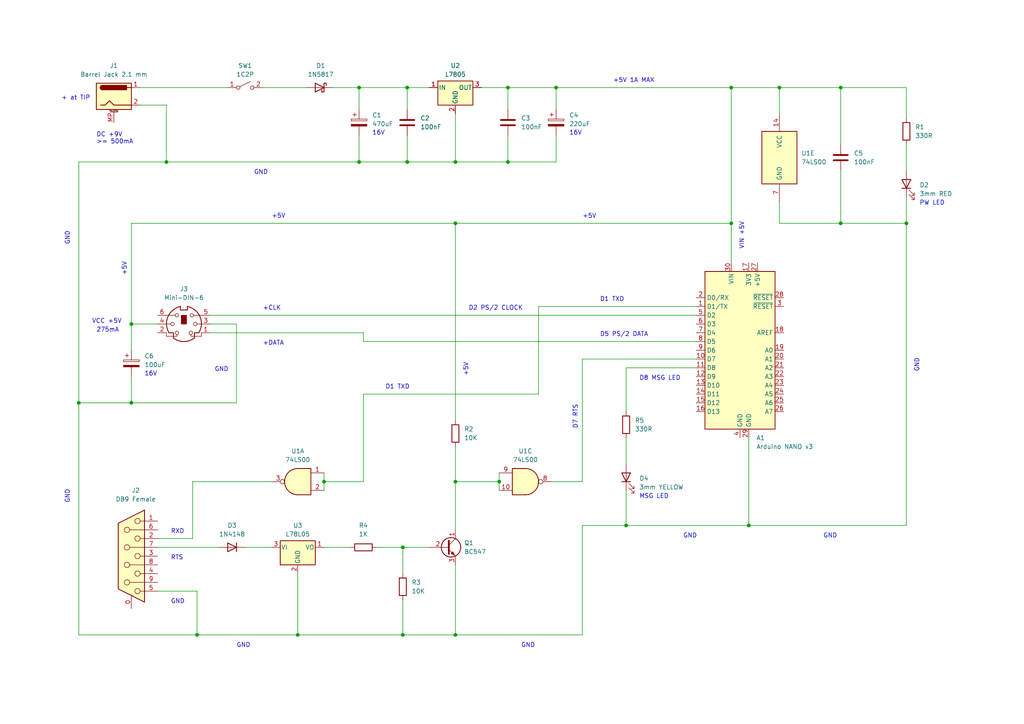
<source format=kicad_sch>
(kicad_sch (version 20230121) (generator eeschema)
  (paper "A4")
  (title_block (title "Mouse PS/2 to Serial Adapter") (date "2023-08-09") (rev "1.2") (company "Cesar Rincon") (comment 1 "NightFox & Co.") (comment 2 "nightfoxandco.com") (comment 3 "contact@nightfoxandco.com"))
  (lib_symbols
    (symbol "74xx:74LS00" (pin_names (offset 1.016))
      (property "Reference" "U" (at 0 1.27 0))
      (property "Value" "74LS00" (at 0 -1.27 0))
      (symbol "74LS00_1_1"
        (arc (start 0 -3.81) (mid 3.7934 0) (end 0 3.81) (stroke (width 0.254)) (fill (type background)))
        (polyline (pts (xy 0 3.81) (xy -3.81 3.81) (xy -3.81 -3.81) (xy 0 -3.81)) (stroke (width 0.254)) (fill (type background)))
        (pin input line (at -7.62 2.54 0) (length 3.81) (name "~") (number "1"))
        (pin input line (at -7.62 -2.54 0) (length 3.81) (name "~") (number "2"))
        (pin output inverted (at 7.62 0 180) (length 3.81) (name "~") (number "3"))
      )
      (symbol "74LS00_1_2"
        (arc (start -3.81 -3.81) (mid -2.589 0) (end -3.81 3.81) (stroke (width 0.254)))
        (arc (start -0.6096 -3.81) (mid 2.1842 -2.5851) (end 3.81 0) (stroke (width 0.254)) (fill (type background)))
        (polyline (pts (xy -3.81 -3.81) (xy -0.635 -3.81)) (stroke (width 0.254)) (fill (type background)))
        (polyline (pts (xy -3.81 3.81) (xy -0.635 3.81)) (stroke (width 0.254)) (fill (type background)))
        (polyline (pts (xy -0.635 3.81) (xy -3.81 3.81) (xy -3.81 3.81) (xy -3.556 3.4036) (xy -3.0226 2.2606) (xy -2.6924 1.0414) (xy -2.6162 -0.254) (xy -2.7686 -1.4986) (xy -3.175 -2.7178) (xy -3.81 -3.81) (xy -3.81 -3.81) (xy -0.635 -3.81)) (stroke (width -25.4)) (fill (type background)))
        (arc (start 3.81 0) (mid 2.1915 2.5936) (end -0.6096 3.81) (stroke (width 0.254)) (fill (type background)))
        (pin input inverted (at -7.62 2.54 0) (length 4.318) (name "~") (number "1"))
        (pin input inverted (at -7.62 -2.54 0) (length 4.318) (name "~") (number "2"))
        (pin output line (at 7.62 0 180) (length 3.81) (name "~") (number "3"))
      )
      (symbol "74LS00_2_1"
        (arc (start 0 -3.81) (mid 3.7934 0) (end 0 3.81) (stroke (width 0.254)) (fill (type background)))
        (polyline (pts (xy 0 3.81) (xy -3.81 3.81) (xy -3.81 -3.81) (xy 0 -3.81)) (stroke (width 0.254)) (fill (type background)))
        (pin input line (at -7.62 2.54 0) (length 3.81) (name "~") (number "4"))
        (pin input line (at -7.62 -2.54 0) (length 3.81) (name "~") (number "5"))
        (pin output inverted (at 7.62 0 180) (length 3.81) (name "~") (number "6"))
      )
      (symbol "74LS00_2_2"
        (arc (start -3.81 -3.81) (mid -2.589 0) (end -3.81 3.81) (stroke (width 0.254)))
        (arc (start -0.6096 -3.81) (mid 2.1842 -2.5851) (end 3.81 0) (stroke (width 0.254)) (fill (type background)))
        (polyline (pts (xy -3.81 -3.81) (xy -0.635 -3.81)) (stroke (width 0.254)) (fill (type background)))
        (polyline (pts (xy -3.81 3.81) (xy -0.635 3.81)) (stroke (width 0.254)) (fill (type background)))
        (polyline (pts (xy -0.635 3.81) (xy -3.81 3.81) (xy -3.81 3.81) (xy -3.556 3.4036) (xy -3.0226 2.2606) (xy -2.6924 1.0414) (xy -2.6162 -0.254) (xy -2.7686 -1.4986) (xy -3.175 -2.7178) (xy -3.81 -3.81) (xy -3.81 -3.81) (xy -0.635 -3.81)) (stroke (width -25.4)) (fill (type background)))
        (arc (start 3.81 0) (mid 2.1915 2.5936) (end -0.6096 3.81) (stroke (width 0.254)) (fill (type background)))
        (pin input inverted (at -7.62 2.54 0) (length 4.318) (name "~") (number "4"))
        (pin input inverted (at -7.62 -2.54 0) (length 4.318) (name "~") (number "5"))
        (pin output line (at 7.62 0 180) (length 3.81) (name "~") (number "6"))
      )
      (symbol "74LS00_3_1"
        (arc (start 0 -3.81) (mid 3.7934 0) (end 0 3.81) (stroke (width 0.254)) (fill (type background)))
        (polyline (pts (xy 0 3.81) (xy -3.81 3.81) (xy -3.81 -3.81) (xy 0 -3.81)) (stroke (width 0.254)) (fill (type background)))
        (pin input line (at -7.62 -2.54 0) (length 3.81) (name "~") (number "10"))
        (pin output inverted (at 7.62 0 180) (length 3.81) (name "~") (number "8"))
        (pin input line (at -7.62 2.54 0) (length 3.81) (name "~") (number "9"))
      )
      (symbol "74LS00_3_2"
        (arc (start -3.81 -3.81) (mid -2.589 0) (end -3.81 3.81) (stroke (width 0.254)))
        (arc (start -0.6096 -3.81) (mid 2.1842 -2.5851) (end 3.81 0) (stroke (width 0.254)) (fill (type background)))
        (polyline (pts (xy -3.81 -3.81) (xy -0.635 -3.81)) (stroke (width 0.254)) (fill (type background)))
        (polyline (pts (xy -3.81 3.81) (xy -0.635 3.81)) (stroke (width 0.254)) (fill (type background)))
        (polyline (pts (xy -0.635 3.81) (xy -3.81 3.81) (xy -3.81 3.81) (xy -3.556 3.4036) (xy -3.0226 2.2606) (xy -2.6924 1.0414) (xy -2.6162 -0.254) (xy -2.7686 -1.4986) (xy -3.175 -2.7178) (xy -3.81 -3.81) (xy -3.81 -3.81) (xy -0.635 -3.81)) (stroke (width -25.4)) (fill (type background)))
        (arc (start 3.81 0) (mid 2.1915 2.5936) (end -0.6096 3.81) (stroke (width 0.254)) (fill (type background)))
        (pin input inverted (at -7.62 -2.54 0) (length 4.318) (name "~") (number "10"))
        (pin output line (at 7.62 0 180) (length 3.81) (name "~") (number "8"))
        (pin input inverted (at -7.62 2.54 0) (length 4.318) (name "~") (number "9"))
      )
      (symbol "74LS00_4_1"
        (arc (start 0 -3.81) (mid 3.7934 0) (end 0 3.81) (stroke (width 0.254)) (fill (type background)))
        (polyline (pts (xy 0 3.81) (xy -3.81 3.81) (xy -3.81 -3.81) (xy 0 -3.81)) (stroke (width 0.254)) (fill (type background)))
        (pin output inverted (at 7.62 0 180) (length 3.81) (name "~") (number "11"))
        (pin input line (at -7.62 2.54 0) (length 3.81) (name "~") (number "12"))
        (pin input line (at -7.62 -2.54 0) (length 3.81) (name "~") (number "13"))
      )
      (symbol "74LS00_4_2"
        (arc (start -3.81 -3.81) (mid -2.589 0) (end -3.81 3.81) (stroke (width 0.254)))
        (arc (start -0.6096 -3.81) (mid 2.1842 -2.5851) (end 3.81 0) (stroke (width 0.254)) (fill (type background)))
        (polyline (pts (xy -3.81 -3.81) (xy -0.635 -3.81)) (stroke (width 0.254)) (fill (type background)))
        (polyline (pts (xy -3.81 3.81) (xy -0.635 3.81)) (stroke (width 0.254)) (fill (type background)))
        (polyline (pts (xy -0.635 3.81) (xy -3.81 3.81) (xy -3.81 3.81) (xy -3.556 3.4036) (xy -3.0226 2.2606) (xy -2.6924 1.0414) (xy -2.6162 -0.254) (xy -2.7686 -1.4986) (xy -3.175 -2.7178) (xy -3.81 -3.81) (xy -3.81 -3.81) (xy -0.635 -3.81)) (stroke (width -25.4)) (fill (type background)))
        (arc (start 3.81 0) (mid 2.1915 2.5936) (end -0.6096 3.81) (stroke (width 0.254)) (fill (type background)))
        (pin output line (at 7.62 0 180) (length 3.81) (name "~") (number "11"))
        (pin input inverted (at -7.62 2.54 0) (length 4.318) (name "~") (number "12"))
        (pin input inverted (at -7.62 -2.54 0) (length 4.318) (name "~") (number "13"))
      )
      (symbol "74LS00_5_0"
        (pin power_in line (at 0 12.7 270) (length 5.08) (name "VCC") (number "14"))
        (pin power_in line (at 0 -12.7 90) (length 5.08) (name "GND") (number "7"))
      )
      (symbol "74LS00_5_1"
        (rectangle (start -5.08 7.62) (end 5.08 -7.62) (stroke (width 0.254)) (fill (type background)))
      )
    )
    (symbol "Connector:Barrel_Jack_MountingPin" (pin_names hide)
      (property "Reference" "J" (at 0 5.334 0))
      (property "Value" "Barrel_Jack_MountingPin" (at 1.27 -6.35 0))
      (symbol "Barrel_Jack_MountingPin_0_1"
        (rectangle (start -5.08 3.81) (end 5.08 -3.81) (stroke (width 0.254)) (fill (type background)))
        (arc (start -3.302 3.175) (mid -3.9343 2.54) (end -3.302 1.905) (stroke (width 0.254)))
        (arc (start -3.302 3.175) (mid -3.9343 2.54) (end -3.302 1.905) (stroke (width 0.254)) (fill (type outline)))
        (polyline (pts (xy 5.08 2.54) (xy 3.81 2.54)) (stroke (width 0.254)))
        (polyline (pts (xy -3.81 -2.54) (xy -2.54 -2.54) (xy -1.27 -1.27) (xy 0 -2.54) (xy 2.54 -2.54) (xy 5.08 -2.54)) (stroke (width 0.254)))
        (rectangle (start 3.683 3.175) (end -3.302 1.905) (stroke (width 0.254)) (fill (type outline)))
      )
      (symbol "Barrel_Jack_MountingPin_1_1"
        (polyline (pts (xy -1.016 -4.572) (xy 1.016 -4.572)) (stroke (width 0.1524)))
        (text "Mounting" (at 0 -4.191 0) (effects (font (size 0.381 0.381))))
        (pin passive line (at 7.62 2.54 180) (length 2.54) (name "~") (number "1"))
        (pin passive line (at 7.62 -2.54 180) (length 2.54) (name "~") (number "2"))
        (pin passive line (at 0 -7.62 90) (length 3.048) (name "MountPin") (number "MP"))
      )
    )
    (symbol "Connector:DE9_Receptacle_MountingHoles" (pin_names (offset 1.016) hide)
      (property "Reference" "J" (at 0 16.51 0))
      (property "Value" "DE9_Receptacle_MountingHoles" (at 0 14.605 0))
      (symbol "DE9_Receptacle_MountingHoles_0_1"
        (circle (center -1.778 -10.16) (radius 0.762))
        (circle (center -1.778 -5.08) (radius 0.762))
        (circle (center -1.778 0) (radius 0.762))
        (circle (center -1.778 5.08) (radius 0.762))
        (circle (center -1.778 10.16) (radius 0.762))
        (polyline (pts (xy -3.81 -10.16) (xy -2.54 -10.16)))
        (polyline (pts (xy -3.81 -7.62) (xy 0.508 -7.62)))
        (polyline (pts (xy -3.81 -5.08) (xy -2.54 -5.08)))
        (polyline (pts (xy -3.81 -2.54) (xy 0.508 -2.54)))
        (polyline (pts (xy -3.81 0) (xy -2.54 0)))
        (polyline (pts (xy -3.81 2.54) (xy 0.508 2.54)))
        (polyline (pts (xy -3.81 5.08) (xy -2.54 5.08)))
        (polyline (pts (xy -3.81 7.62) (xy 0.508 7.62)))
        (polyline (pts (xy -3.81 10.16) (xy -2.54 10.16)))
        (polyline (pts (xy -3.81 13.335) (xy -3.81 -13.335) (xy 3.81 -9.525) (xy 3.81 9.525) (xy -3.81 13.335)) (stroke (width 0.254)) (fill (type background)))
        (circle (center 1.27 -7.62) (radius 0.762))
        (circle (center 1.27 -2.54) (radius 0.762))
        (circle (center 1.27 2.54) (radius 0.762))
        (circle (center 1.27 7.62) (radius 0.762))
      )
      (symbol "DE9_Receptacle_MountingHoles_1_1"
        (pin passive line (at 0 -15.24 90) (length 3.81) (name "PAD") (number "0"))
        (pin passive line (at -7.62 10.16 0) (length 3.81) (name "1") (number "1"))
        (pin passive line (at -7.62 5.08 0) (length 3.81) (name "2") (number "2"))
        (pin passive line (at -7.62 0 0) (length 3.81) (name "3") (number "3"))
        (pin passive line (at -7.62 -5.08 0) (length 3.81) (name "4") (number "4"))
        (pin passive line (at -7.62 -10.16 0) (length 3.81) (name "5") (number "5"))
        (pin passive line (at -7.62 7.62 0) (length 3.81) (name "6") (number "6"))
        (pin passive line (at -7.62 2.54 0) (length 3.81) (name "7") (number "7"))
        (pin passive line (at -7.62 -2.54 0) (length 3.81) (name "8") (number "8"))
        (pin passive line (at -7.62 -7.62 0) (length 3.81) (name "9") (number "9"))
      )
    )
    (symbol "Connector:Mini-DIN-6" (pin_names (offset 1.016))
      (property "Reference" "J" (at 0 6.35 0))
      (property "Value" "Mini-DIN-6" (at 0 -6.35 0))
      (symbol "Mini-DIN-6_0_1"
        (circle (center -3.302 0) (radius 0.508))
        (arc (start -3.048 -4.064) (mid 0 -5.08) (end 3.048 -4.064) (stroke (width 0.254)))
        (circle (center -2.032 -2.54) (radius 0.508))
        (circle (center -2.032 2.54) (radius 0.508))
        (arc (start -1.016 5.08) (mid -4.6228 2.1214) (end -4.318 -2.54) (stroke (width 0.254)))
        (rectangle (start -0.762 2.54) (end 0.762 0) (fill (type outline)))
        (polyline (pts (xy -3.81 0) (xy -5.08 0)))
        (polyline (pts (xy -2.54 2.54) (xy -5.08 2.54)))
        (polyline (pts (xy 2.794 2.54) (xy 5.08 2.54)))
        (polyline (pts (xy 5.08 0) (xy 3.81 0)))
        (polyline (pts (xy -4.318 -2.54) (xy -3.048 -2.54) (xy -3.048 -4.064)) (stroke (width 0.254)))
        (polyline (pts (xy 4.318 -2.54) (xy 3.048 -2.54) (xy 3.048 -4.064)) (stroke (width 0.254)))
        (polyline (pts (xy -2.032 -3.048) (xy -2.032 -3.556) (xy -5.08 -3.556) (xy -5.08 -2.54)))
        (polyline (pts (xy -1.016 5.08) (xy -1.016 4.064) (xy 1.016 4.064) (xy 1.016 5.08)) (stroke (width 0.254)))
        (polyline (pts (xy 2.032 -3.048) (xy 2.032 -3.556) (xy 5.08 -3.556) (xy 5.08 -2.54)))
        (circle (center 2.032 -2.54) (radius 0.508))
        (circle (center 2.286 2.54) (radius 0.508))
        (circle (center 3.302 0) (radius 0.508))
        (arc (start 4.318 -2.54) (mid 4.6661 2.1322) (end 1.016 5.08) (stroke (width 0.254)))
      )
      (symbol "Mini-DIN-6_1_1"
        (pin passive line (at 7.62 -2.54 180) (length 2.54) (name "~") (number "1"))
        (pin passive line (at -7.62 -2.54 0) (length 2.54) (name "~") (number "2"))
        (pin passive line (at 7.62 0 180) (length 2.54) (name "~") (number "3"))
        (pin passive line (at -7.62 0 0) (length 2.54) (name "~") (number "4"))
        (pin passive line (at 7.62 2.54 180) (length 2.54) (name "~") (number "5"))
        (pin passive line (at -7.62 2.54 0) (length 2.54) (name "~") (number "6"))
      )
    )
    (symbol "Device:C" (pin_numbers hide) (pin_names (offset 0.254))
      (property "Reference" "C" (at 0.635 2.54 0))
      (property "Value" "C" (at 0.635 -2.54 0))
      (symbol "C_0_1"
        (polyline (pts (xy -2.032 -0.762) (xy 2.032 -0.762)) (stroke (width 0.508)))
        (polyline (pts (xy -2.032 0.762) (xy 2.032 0.762)) (stroke (width 0.508)))
      )
      (symbol "C_1_1"
        (pin passive line (at 0 3.81 270) (length 2.794) (name "~") (number "1"))
        (pin passive line (at 0 -3.81 90) (length 2.794) (name "~") (number "2"))
      )
    )
    (symbol "Device:C_Polarized" (pin_numbers hide) (pin_names (offset 0.254))
      (property "Reference" "C" (at 0.635 2.54 0))
      (property "Value" "C_Polarized" (at 0.635 -2.54 0))
      (symbol "C_Polarized_0_1"
        (rectangle (start -2.286 0.508) (end 2.286 1.016))
        (polyline (pts (xy -1.778 2.286) (xy -0.762 2.286)))
        (polyline (pts (xy -1.27 2.794) (xy -1.27 1.778)))
        (rectangle (start 2.286 -0.508) (end -2.286 -1.016) (fill (type outline)))
      )
      (symbol "C_Polarized_1_1"
        (pin passive line (at 0 3.81 270) (length 2.794) (name "~") (number "1"))
        (pin passive line (at 0 -3.81 90) (length 2.794) (name "~") (number "2"))
      )
    )
    (symbol "Device:LED" (pin_numbers hide) (pin_names (offset 1.016) hide)
      (property "Reference" "D" (at 0 2.54 0))
      (property "Value" "LED" (at 0 -2.54 0))
      (symbol "LED_0_1"
        (polyline (pts (xy -1.27 -1.27) (xy -1.27 1.27)) (stroke (width 0.254)))
        (polyline (pts (xy -1.27 0) (xy 1.27 0)))
        (polyline (pts (xy 1.27 -1.27) (xy 1.27 1.27) (xy -1.27 0) (xy 1.27 -1.27)) (stroke (width 0.254)))
        (polyline (pts (xy -3.048 -0.762) (xy -4.572 -2.286) (xy -3.81 -2.286) (xy -4.572 -2.286) (xy -4.572 -1.524)))
        (polyline (pts (xy -1.778 -0.762) (xy -3.302 -2.286) (xy -2.54 -2.286) (xy -3.302 -2.286) (xy -3.302 -1.524)))
      )
      (symbol "LED_1_1"
        (pin passive line (at -3.81 0 0) (length 2.54) (name "K") (number "1"))
        (pin passive line (at 3.81 0 180) (length 2.54) (name "A") (number "2"))
      )
    )
    (symbol "Device:R" (pin_numbers hide) (pin_names (offset 0))
      (property "Reference" "R" (at 2.032 0 90))
      (property "Value" "R" (at 0 0 90))
      (symbol "R_0_1"
        (rectangle (start -1.016 -2.54) (end 1.016 2.54) (stroke (width 0.254)))
      )
      (symbol "R_1_1"
        (pin passive line (at 0 3.81 270) (length 1.27) (name "~") (number "1"))
        (pin passive line (at 0 -3.81 90) (length 1.27) (name "~") (number "2"))
      )
    )
    (symbol "Diode:1N4148" (pin_numbers hide) (pin_names hide)
      (property "Reference" "D" (at 0 2.54 0))
      (property "Value" "1N4148" (at 0 -2.54 0))
      (symbol "1N4148_0_1"
        (polyline (pts (xy -1.27 1.27) (xy -1.27 -1.27)) (stroke (width 0.254)))
        (polyline (pts (xy 1.27 0) (xy -1.27 0)))
        (polyline (pts (xy 1.27 1.27) (xy 1.27 -1.27) (xy -1.27 0) (xy 1.27 1.27)) (stroke (width 0.254)))
      )
      (symbol "1N4148_1_1"
        (pin passive line (at -3.81 0 0) (length 2.54) (name "K") (number "1"))
        (pin passive line (at 3.81 0 180) (length 2.54) (name "A") (number "2"))
      )
    )
    (symbol "Diode:1N5817" (pin_numbers hide) (pin_names (offset 1.016) hide)
      (property "Reference" "D" (at 0 2.54 0))
      (property "Value" "1N5817" (at 0 -2.54 0))
      (symbol "1N5817_0_1"
        (polyline (pts (xy 1.27 0) (xy -1.27 0)))
        (polyline (pts (xy 1.27 1.27) (xy 1.27 -1.27) (xy -1.27 0) (xy 1.27 1.27)) (stroke (width 0.254)))
        (polyline (pts (xy -1.905 0.635) (xy -1.905 1.27) (xy -1.27 1.27) (xy -1.27 -1.27) (xy -0.635 -1.27) (xy -0.635 -0.635)) (stroke (width 0.254)))
      )
      (symbol "1N5817_1_1"
        (pin passive line (at -3.81 0 0) (length 2.54) (name "K") (number "1"))
        (pin passive line (at 3.81 0 180) (length 2.54) (name "A") (number "2"))
      )
    )
    (symbol "MCU_Module:Arduino_Nano_v3.x"
      (property "Reference" "A" (at -10.16 23.495 0))
      (property "Value" "Arduino_Nano_v3.x" (at 5.08 -24.13 0))
      (symbol "Arduino_Nano_v3.x_0_1"
        (rectangle (start -10.16 22.86) (end 10.16 -22.86) (stroke (width 0.254)) (fill (type background)))
      )
      (symbol "Arduino_Nano_v3.x_1_1"
        (pin bidirectional line (at -12.7 12.7 0) (length 2.54) (name "D1/TX") (number "1"))
        (pin bidirectional line (at -12.7 -2.54 0) (length 2.54) (name "D7") (number "10"))
        (pin bidirectional line (at -12.7 -5.08 0) (length 2.54) (name "D8") (number "11"))
        (pin bidirectional line (at -12.7 -7.62 0) (length 2.54) (name "D9") (number "12"))
        (pin bidirectional line (at -12.7 -10.16 0) (length 2.54) (name "D10") (number "13"))
        (pin bidirectional line (at -12.7 -12.7 0) (length 2.54) (name "D11") (number "14"))
        (pin bidirectional line (at -12.7 -15.24 0) (length 2.54) (name "D12") (number "15"))
        (pin bidirectional line (at -12.7 -17.78 0) (length 2.54) (name "D13") (number "16"))
        (pin power_out line (at 2.54 25.4 270) (length 2.54) (name "3V3") (number "17"))
        (pin input line (at 12.7 5.08 180) (length 2.54) (name "AREF") (number "18"))
        (pin bidirectional line (at 12.7 0 180) (length 2.54) (name "A0") (number "19"))
        (pin bidirectional line (at -12.7 15.24 0) (length 2.54) (name "D0/RX") (number "2"))
        (pin bidirectional line (at 12.7 -2.54 180) (length 2.54) (name "A1") (number "20"))
        (pin bidirectional line (at 12.7 -5.08 180) (length 2.54) (name "A2") (number "21"))
        (pin bidirectional line (at 12.7 -7.62 180) (length 2.54) (name "A3") (number "22"))
        (pin bidirectional line (at 12.7 -10.16 180) (length 2.54) (name "A4") (number "23"))
        (pin bidirectional line (at 12.7 -12.7 180) (length 2.54) (name "A5") (number "24"))
        (pin bidirectional line (at 12.7 -15.24 180) (length 2.54) (name "A6") (number "25"))
        (pin bidirectional line (at 12.7 -17.78 180) (length 2.54) (name "A7") (number "26"))
        (pin power_out line (at 5.08 25.4 270) (length 2.54) (name "+5V") (number "27"))
        (pin input line (at 12.7 15.24 180) (length 2.54) (name "~{RESET}") (number "28"))
        (pin power_in line (at 2.54 -25.4 90) (length 2.54) (name "GND") (number "29"))
        (pin input line (at 12.7 12.7 180) (length 2.54) (name "~{RESET}") (number "3"))
        (pin power_in line (at -2.54 25.4 270) (length 2.54) (name "VIN") (number "30"))
        (pin power_in line (at 0 -25.4 90) (length 2.54) (name "GND") (number "4"))
        (pin bidirectional line (at -12.7 10.16 0) (length 2.54) (name "D2") (number "5"))
        (pin bidirectional line (at -12.7 7.62 0) (length 2.54) (name "D3") (number "6"))
        (pin bidirectional line (at -12.7 5.08 0) (length 2.54) (name "D4") (number "7"))
        (pin bidirectional line (at -12.7 2.54 0) (length 2.54) (name "D5") (number "8"))
        (pin bidirectional line (at -12.7 0 0) (length 2.54) (name "D6") (number "9"))
      )
    )
    (symbol "Regulator_Linear:L7805" (pin_names (offset 0.254))
      (property "Reference" "U" (at -3.81 3.175 0))
      (property "Value" "L7805" (at 0 3.175 0))
      (symbol "L7805_0_1"
        (rectangle (start -5.08 1.905) (end 5.08 -5.08) (stroke (width 0.254)) (fill (type background)))
      )
      (symbol "L7805_1_1"
        (pin power_in line (at -7.62 0 0) (length 2.54) (name "IN") (number "1"))
        (pin power_in line (at 0 -7.62 90) (length 2.54) (name "GND") (number "2"))
        (pin power_out line (at 7.62 0 180) (length 2.54) (name "OUT") (number "3"))
      )
    )
    (symbol "Regulator_Linear:L78L05_TO92" (pin_names (offset 0.254))
      (property "Reference" "U" (at -3.81 3.175 0))
      (property "Value" "L78L05_TO92" (at 0 3.175 0))
      (symbol "L78L05_TO92_0_1"
        (rectangle (start -5.08 -5.08) (end 5.08 1.905) (stroke (width 0.254)) (fill (type background)))
      )
      (symbol "L78L05_TO92_1_1"
        (pin power_out line (at 7.62 0 180) (length 2.54) (name "VO") (number "1"))
        (pin power_in line (at 0 -7.62 90) (length 2.54) (name "GND") (number "2"))
        (pin power_in line (at -7.62 0 0) (length 2.54) (name "VI") (number "3"))
      )
    )
    (symbol "Switch:SW_SPST" (pin_names (offset 0) hide)
      (property "Reference" "SW" (at 0 3.175 0))
      (property "Value" "SW_SPST" (at 0 -2.54 0))
      (symbol "SW_SPST_0_0"
        (circle (center -2.032 0) (radius 0.508))
        (polyline (pts (xy -1.524 0.254) (xy 1.524 1.778)))
        (circle (center 2.032 0) (radius 0.508))
      )
      (symbol "SW_SPST_1_1"
        (pin passive line (at -5.08 0 0) (length 2.54) (name "A") (number "1"))
        (pin passive line (at 5.08 0 180) (length 2.54) (name "B") (number "2"))
      )
    )
    (symbol "Transistor_BJT:BC547" (pin_names (offset 0) hide)
      (property "Reference" "Q" (at 5.08 1.905 0))
      (property "Value" "BC547" (at 5.08 0 0))
      (symbol "BC547_0_1"
        (polyline (pts (xy 0 0) (xy 0.635 0)))
        (polyline (pts (xy 0.635 0.635) (xy 2.54 2.54)))
        (polyline (pts (xy 0.635 -0.635) (xy 2.54 -2.54) (xy 2.54 -2.54)))
        (polyline (pts (xy 0.635 1.905) (xy 0.635 -1.905) (xy 0.635 -1.905)) (stroke (width 0.508)))
        (polyline (pts (xy 1.27 -1.778) (xy 1.778 -1.27) (xy 2.286 -2.286) (xy 1.27 -1.778) (xy 1.27 -1.778)) (fill (type outline)))
        (circle (center 1.27 0) (radius 2.8194) (stroke (width 0.254)))
      )
      (symbol "BC547_1_1"
        (pin passive line (at 2.54 5.08 270) (length 2.54) (name "C") (number "1"))
        (pin input line (at -5.08 0 0) (length 5.08) (name "B") (number "2"))
        (pin passive line (at 2.54 -5.08 90) (length 2.54) (name "E") (number "3"))
      )
    )
  )
  (junction (at 262.89 64.77))
  (junction (at 118.11 46.99))
  (junction (at 144.78 139.7))
  (junction (at 104.14 46.99))
  (junction (at 38.1 93.98))
  (junction (at 212.09 64.77))
  (junction (at 104.14 25.4))
  (junction (at 93.98 139.7))
  (junction (at 212.09 25.4))
  (junction (at 132.08 184.15))
  (junction (at 116.84 158.75))
  (junction (at 217.17 152.4))
  (junction (at 118.11 25.4))
  (junction (at 48.26 46.99))
  (junction (at 161.29 25.4))
  (junction (at 38.1 116.84))
  (junction (at 132.08 46.99))
  (junction (at 132.08 64.77))
  (junction (at 147.32 46.99))
  (junction (at 57.15 184.15))
  (junction (at 243.84 25.4))
  (junction (at 243.84 64.77))
  (junction (at 132.08 139.7))
  (junction (at 116.84 184.15))
  (junction (at 226.06 25.4))
  (junction (at 86.36 184.15))
  (junction (at 147.32 25.4))
  (junction (at 181.61 152.4))
  (junction (at 22.86 116.84))
  (wire (pts (xy 243.84 64.77) (xy 262.89 64.77)))
  (wire (pts (xy 139.7 25.4) (xy 147.32 25.4)))
  (wire (pts (xy 68.58 93.98) (xy 68.58 116.84)))
  (wire (pts (xy 160.02 139.7) (xy 168.91 139.7)))
  (wire (pts (xy 22.86 116.84) (xy 22.86 184.15)))
  (wire (pts (xy 132.08 64.77) (xy 212.09 64.77)))
  (wire (pts (xy 40.64 25.4) (xy 66.04 25.4)))
  (wire (pts (xy 109.22 158.75) (xy 116.84 158.75)))
  (wire (pts (xy 144.78 137.16) (xy 144.78 139.7)))
  (wire (pts (xy 132.08 139.7) (xy 144.78 139.7)))
  (wire (pts (xy 55.88 139.7) (xy 78.74 139.7)))
  (wire (pts (xy 118.11 46.99) (xy 132.08 46.99)))
  (wire (pts (xy 262.89 25.4) (xy 262.89 34.29)))
  (wire (pts (xy 226.06 64.77) (xy 243.84 64.77)))
  (wire (pts (xy 147.32 25.4) (xy 147.32 31.75)))
  (wire (pts (xy 212.09 25.4) (xy 226.06 25.4)))
  (wire (pts (xy 132.08 64.77) (xy 132.08 121.92)))
  (wire (pts (xy 118.11 25.4) (xy 124.46 25.4)))
  (wire (pts (xy 76.2 25.4) (xy 88.9 25.4)))
  (wire (pts (xy 93.98 137.16) (xy 93.98 139.7)))
  (wire (pts (xy 104.14 46.99) (xy 118.11 46.99)))
  (wire (pts (xy 168.91 104.14) (xy 201.93 104.14)))
  (wire (pts (xy 161.29 25.4) (xy 161.29 31.75)))
  (wire (pts (xy 243.84 25.4) (xy 262.89 25.4)))
  (wire (pts (xy 181.61 127) (xy 181.61 134.62)))
  (wire (pts (xy 118.11 25.4) (xy 118.11 31.75)))
  (wire (pts (xy 45.72 158.75) (xy 63.5 158.75)))
  (wire (pts (xy 45.72 156.21) (xy 55.88 156.21)))
  (wire (pts (xy 38.1 109.22) (xy 38.1 116.84)))
  (wire (pts (xy 132.08 46.99) (xy 132.08 33.02)))
  (wire (pts (xy 71.12 158.75) (xy 78.74 158.75)))
  (wire (pts (xy 45.72 171.45) (xy 57.15 171.45)))
  (wire (pts (xy 116.84 184.15) (xy 132.08 184.15)))
  (wire (pts (xy 118.11 46.99) (xy 118.11 39.37)))
  (wire (pts (xy 156.21 114.3) (xy 156.21 88.9)))
  (wire (pts (xy 105.41 114.3) (xy 105.41 139.7)))
  (wire (pts (xy 201.93 106.68) (xy 181.61 106.68)))
  (wire (pts (xy 132.08 139.7) (xy 132.08 129.54)))
  (wire (pts (xy 217.17 152.4) (xy 262.89 152.4)))
  (wire (pts (xy 168.91 139.7) (xy 168.91 104.14)))
  (wire (pts (xy 60.96 93.98) (xy 68.58 93.98)))
  (wire (pts (xy 262.89 64.77) (xy 262.89 57.15)))
  (wire (pts (xy 38.1 64.77) (xy 132.08 64.77)))
  (wire (pts (xy 104.14 25.4) (xy 118.11 25.4)))
  (wire (pts (xy 132.08 184.15) (xy 168.91 184.15)))
  (wire (pts (xy 105.41 99.06) (xy 201.93 99.06)))
  (wire (pts (xy 57.15 184.15) (xy 86.36 184.15)))
  (wire (pts (xy 38.1 93.98) (xy 38.1 101.6)))
  (wire (pts (xy 93.98 139.7) (xy 93.98 142.24)))
  (wire (pts (xy 243.84 25.4) (xy 243.84 41.91)))
  (wire (pts (xy 48.26 46.99) (xy 22.86 46.99)))
  (wire (pts (xy 147.32 46.99) (xy 147.32 39.37)))
  (wire (pts (xy 226.06 58.42) (xy 226.06 64.77)))
  (wire (pts (xy 57.15 171.45) (xy 57.15 184.15)))
  (wire (pts (xy 262.89 152.4) (xy 262.89 64.77)))
  (wire (pts (xy 38.1 64.77) (xy 38.1 93.98)))
  (wire (pts (xy 60.96 91.44) (xy 201.93 91.44)))
  (wire (pts (xy 86.36 166.37) (xy 86.36 184.15)))
  (wire (pts (xy 156.21 88.9) (xy 201.93 88.9)))
  (wire (pts (xy 22.86 116.84) (xy 38.1 116.84)))
  (wire (pts (xy 38.1 116.84) (xy 68.58 116.84)))
  (wire (pts (xy 38.1 93.98) (xy 45.72 93.98)))
  (wire (pts (xy 217.17 127) (xy 217.17 152.4)))
  (wire (pts (xy 161.29 25.4) (xy 212.09 25.4)))
  (wire (pts (xy 93.98 158.75) (xy 101.6 158.75)))
  (wire (pts (xy 22.86 184.15) (xy 57.15 184.15)))
  (wire (pts (xy 181.61 152.4) (xy 217.17 152.4)))
  (wire (pts (xy 262.89 41.91) (xy 262.89 49.53)))
  (wire (pts (xy 48.26 46.99) (xy 104.14 46.99)))
  (wire (pts (xy 212.09 64.77) (xy 212.09 76.2)))
  (wire (pts (xy 147.32 25.4) (xy 161.29 25.4)))
  (wire (pts (xy 168.91 152.4) (xy 181.61 152.4)))
  (wire (pts (xy 168.91 152.4) (xy 168.91 184.15)))
  (wire (pts (xy 161.29 46.99) (xy 161.29 39.37)))
  (wire (pts (xy 116.84 158.75) (xy 116.84 166.37)))
  (wire (pts (xy 55.88 156.21) (xy 55.88 139.7)))
  (wire (pts (xy 144.78 139.7) (xy 144.78 142.24)))
  (wire (pts (xy 181.61 152.4) (xy 181.61 142.24)))
  (wire (pts (xy 104.14 25.4) (xy 104.14 31.75)))
  (wire (pts (xy 226.06 25.4) (xy 226.06 33.02)))
  (wire (pts (xy 132.08 163.83) (xy 132.08 184.15)))
  (wire (pts (xy 105.41 96.52) (xy 105.41 99.06)))
  (wire (pts (xy 116.84 158.75) (xy 124.46 158.75)))
  (wire (pts (xy 116.84 173.99) (xy 116.84 184.15)))
  (wire (pts (xy 40.64 30.48) (xy 48.26 30.48)))
  (wire (pts (xy 132.08 46.99) (xy 147.32 46.99)))
  (wire (pts (xy 132.08 139.7) (xy 132.08 153.67)))
  (wire (pts (xy 96.52 25.4) (xy 104.14 25.4)))
  (wire (pts (xy 93.98 139.7) (xy 105.41 139.7)))
  (wire (pts (xy 86.36 184.15) (xy 116.84 184.15)))
  (wire (pts (xy 243.84 49.53) (xy 243.84 64.77)))
  (wire (pts (xy 181.61 106.68) (xy 181.61 119.38)))
  (wire (pts (xy 104.14 39.37) (xy 104.14 46.99)))
  (wire (pts (xy 147.32 46.99) (xy 161.29 46.99)))
  (wire (pts (xy 48.26 30.48) (xy 48.26 46.99)))
  (wire (pts (xy 212.09 25.4) (xy 212.09 64.77)))
  (wire (pts (xy 226.06 25.4) (xy 243.84 25.4)))
  (wire (pts (xy 60.96 96.52) (xy 105.41 96.52)))
  (wire (pts (xy 22.86 46.99) (xy 22.86 116.84)))
  (wire (pts (xy 105.41 114.3) (xy 156.21 114.3)))
  (text "+CLK" (at 76.2 90.17 0) (effects (font (size 1.27 1.27)) (justify left bottom)))
  (text "PW LED" (at 266.7 59.69 0) (effects (font (size 1.27 1.27)) (justify left bottom)))
  (text "GND" (at 62.23 107.95 0) (effects (font (size 1.27 1.27)) (justify left bottom)))
  (text "GND" (at 266.7 107.95 90) (effects (font (size 1.27 1.27)) (justify left bottom)))
  (text "16V" (at 165.1 39.37 0) (effects (font (size 1.27 1.27)) (justify left bottom)))
  (text "VCC +5V" (at 26.67 93.98 0) (effects (font (size 1.27 1.27)) (justify left bottom)))
  (text "16V" (at 41.91 109.22 0) (effects (font (size 1.27 1.27)) (justify left bottom)))
  (text "GND" (at 20.32 71.12 90) (effects (font (size 1.27 1.27)) (justify left bottom)))
  (text "MSG LED" (at 185.42 144.78 0) (effects (font (size 1.27 1.27)) (justify left bottom)))
  (text "+5V" (at 135.89 109.22 90) (effects (font (size 1.27 1.27)) (justify left bottom)))
  (text "D8 MSG LED" (at 185.42 110.49 0) (effects (font (size 1.27 1.27)) (justify left bottom)))
  (text "DC +9V\n>= 500mA" (at 27.94 41.91 0) (effects (font (size 1.27 1.27)) (justify left bottom)))
  (text "GND" (at 198.12 156.21 0) (effects (font (size 1.27 1.27)) (justify left bottom)))
  (text "RTS" (at 49.53 162.56 0) (effects (font (size 1.27 1.27)) (justify left bottom)))
  (text "D5 PS/2 DATA" (at 173.99 97.79 0) (effects (font (size 1.27 1.27)) (justify left bottom)))
  (text "D1 TXD" (at 173.99 87.63 0) (effects (font (size 1.27 1.27)) (justify left bottom)))
  (text "D1 TXD" (at 111.76 113.03 0) (effects (font (size 1.27 1.27)) (justify left bottom)))
  (text "D2 PS/2 CLOCK" (at 135.89 90.17 0) (effects (font (size 1.27 1.27)) (justify left bottom)))
  (text "GND" (at 68.58 187.96 0) (effects (font (size 1.27 1.27)) (justify left bottom)))
  (text "+5V" (at 36.83 80.01 90) (effects (font (size 1.27 1.27)) (justify left bottom)))
  (text "GND" (at 151.13 187.96 0) (effects (font (size 1.27 1.27)) (justify left bottom)))
  (text "GND" (at 49.53 175.26 0) (effects (font (size 1.27 1.27)) (justify left bottom)))
  (text "+ at TIP" (at 17.78 29.21 0) (effects (font (size 1.27 1.27)) (justify left bottom)))
  (text "16V" (at 107.95 39.37 0) (effects (font (size 1.27 1.27)) (justify left bottom)))
  (text "VIN +5V" (at 215.9 72.39 90) (effects (font (size 1.27 1.27)) (justify left bottom)))
  (text "RXD" (at 49.53 154.94 0) (effects (font (size 1.27 1.27)) (justify left bottom)))
  (text "D7 RTS" (at 167.64 124.46 90) (effects (font (size 1.27 1.27)) (justify left bottom)))
  (text "GND" (at 20.32 146.05 90) (effects (font (size 1.27 1.27)) (justify left bottom)))
  (text "+5V 1A MAX" (at 177.8 24.13 0) (effects (font (size 1.27 1.27)) (justify left bottom)))
  (text "+DATA" (at 76.2 100.33 0) (effects (font (size 1.27 1.27)) (justify left bottom)))
  (text "GND" (at 238.76 156.21 0) (effects (font (size 1.27 1.27)) (justify left bottom)))
  (text "+5V" (at 168.91 63.5 0) (effects (font (size 1.27 1.27)) (justify left bottom)))
  (text "275mA" (at 27.94 96.52 0) (effects (font (size 1.27 1.27)) (justify left bottom)))
  (text "+5V" (at 78.74 63.5 0) (effects (font (size 1.27 1.27)) (justify left bottom)))
  (text "GND" (at 73.66 50.8 0) (effects (font (size 1.27 1.27)) (justify left bottom)))
  (symbol (lib_id "Device:C") (at 243.84 45.72 0) (unit 1)
    (property "Reference" "C5" (at 247.65 44.45 0) (effects (justify left)))
    (property "Value" "100nF" (at 247.65 46.99 0) (effects (justify left)))
    (property "Footprint" "Capacitor_THT:C_Disc_D6.0mm_W2.5mm_P5.00mm" (effects hide))
  )
  (symbol (lib_id "Device:R") (at 262.89 38.1 0) (unit 1)
    (property "Reference" "R1" (at 265.43 36.83 0) (effects (justify left)))
    (property "Value" "330R" (at 265.43 39.37 0) (effects (justify left)))
    (property "Footprint" "Resistor_THT:R_Axial_DIN0207_L6.3mm_D2.5mm_P7.62mm_Horizontal" (effects hide))
  )
  (symbol (lib_id "Diode:1N5817") (at 92.71 25.4 0) (mirror y) (unit 1)
    (property "Reference" "D1" (at 93.0275 19.05 0))
    (property "Value" "1N5817" (at 93.0275 21.59 0))
    (property "Footprint" "Diode_THT:D_DO-41_SOD81_P10.16mm_Horizontal" (effects hide))
    (property "Datasheet" "http://www.vishay.com/docs/88525/1n5817.pdf" (effects hide))
  )
  (symbol (lib_id "Transistor_BJT:BC547") (at 129.54 158.75 0) (unit 1)
    (property "Reference" "Q1" (at 134.62 157.48 0) (effects (justify left)))
    (property "Value" "BC547" (at 134.62 160.02 0) (effects (justify left)))
    (property "Footprint" "Package_TO_SOT_THT:TO-92_Inline" (effects hide))
    (property "Datasheet" "https://www.onsemi.com/pub/Collateral/BC550-D.pdf" (effects hide))
  )
  (symbol (lib_id "Device:C") (at 147.32 35.56 0) (unit 1)
    (property "Reference" "C3" (at 151.13 34.29 0) (effects (justify left)))
    (property "Value" "100nF" (at 151.13 36.83 0) (effects (justify left)))
    (property "Footprint" "Capacitor_THT:C_Disc_D6.0mm_W2.5mm_P5.00mm" (effects hide))
  )
  (symbol (lib_id "Device:C_Polarized") (at 38.1 105.41 0) (unit 1)
    (property "Reference" "C6" (at 41.91 103.251 0) (effects (justify left)))
    (property "Value" "100uF" (at 41.91 105.791 0) (effects (justify left)))
    (property "Footprint" "Capacitor_THT:CP_Radial_D8.0mm_P3.80mm" (effects hide))
  )
  (symbol (lib_id "MCU_Module:Arduino_Nano_v3.x") (at 214.63 101.6 0) (unit 1)
    (property "Reference" "A1" (at 219.3641 127 0) (effects (justify left)))
    (property "Value" "Arduino NANO v3" (at 219.3641 129.54 0) (effects (justify left)))
    (property "Footprint" "Module:Arduino_Nano" (effects hide))
    (property "Datasheet" "http://www.mouser.com/pdfdocs/Gravitech_Arduino_Nano3_0.pdf" (effects hide))
  )
  (symbol (lib_id "Device:C_Polarized") (at 104.14 35.56 0) (unit 1)
    (property "Reference" "C1" (at 107.95 33.401 0) (effects (justify left)))
    (property "Value" "470uF" (at 107.95 35.941 0) (effects (justify left)))
    (property "Footprint" "Capacitor_THT:CP_Radial_D8.0mm_P3.80mm" (effects hide))
  )
  (symbol (lib_id "Connector:Barrel_Jack_MountingPin") (at 33.02 27.94 0) (unit 1)
    (property "Reference" "J1" (at 33.02 19.05 0))
    (property "Value" "Barrel Jack 2.1 mm" (at 33.02 21.59 0))
    (property "Footprint" "Connector_BarrelJack:BarrelJack_CUI_PJ-063AH_Horizontal" (effects hide))
  )
  (symbol (lib_id "Connector:Mini-DIN-6") (at 53.34 93.98 0) (unit 1)
    (property "Reference" "J3" (at 53.3577 83.82 0))
    (property "Value" "Mini-DIN-6" (at 53.3577 86.36 0))
    (property "Datasheet" "http://service.powerdynamics.com/ec/Catalog17/Section%2011.pdf" (effects hide))
  )
  (symbol (lib_id "Regulator_Linear:L7805") (at 132.08 25.4 0) (unit 1)
    (property "Reference" "U2" (at 132.08 19.05 0))
    (property "Value" "L7805" (at 132.08 21.59 0))
    (property "Footprint" "Package_TO_SOT_THT:TO-220-3_Vertical" (effects hide))
    (property "Datasheet" "http://www.st.com/content/ccc/resource/technical/document/datasheet/41/4f/b3/b0/12/d4/47/88/CD00000444.pdf/files/CD00000444.pdf/jcr:content/translations/en.CD00000444.pdf" (effects hide))
  )
  (symbol (lib_id "Diode:1N4148") (at 67.31 158.75 0) (mirror y) (unit 1)
    (property "Reference" "D3" (at 67.31 152.4 0))
    (property "Value" "1N4148" (at 67.31 154.94 0))
    (property "Footprint" "Diode_THT:D_DO-35_SOD27_P7.62mm_Horizontal" (effects hide))
    (property "Datasheet" "https://assets.nexperia.com/documents/data-sheet/1N4148_1N4448.pdf" (effects hide))
    (property "Sim.Device" "D" (effects hide))
    (property "Sim.Pins" "1=K 2=A" (effects hide))
  )
  (symbol (lib_id "74xx:74LS00") (at 86.36 139.7 0) (mirror y) (unit 1)
    (property "Reference" "U1" (at 86.3683 130.81 0))
    (property "Value" "74LS00" (at 86.3683 133.35 0))
    (property "Datasheet" "http://www.ti.com/lit/gpn/sn74ls00" (effects hide))
  )
  (symbol (lib_id "74xx:74LS00") (at 152.4 139.7 0) (unit 3)
    (property "Reference" "U1" (at 152.3917 130.81 0))
    (property "Value" "74LS00" (at 152.3917 133.35 0))
    (property "Datasheet" "http://www.ti.com/lit/gpn/sn74ls00" (effects hide))
  )
  (symbol (lib_id "Regulator_Linear:L78L05_TO92") (at 86.36 158.75 0) (unit 1)
    (property "Reference" "U3" (at 86.36 152.4 0))
    (property "Value" "L78L05" (at 86.36 154.94 0))
    (property "Footprint" "Package_TO_SOT_THT:TO-92_Inline" (effects hide))
    (property "Datasheet" "http://www.st.com/content/ccc/resource/technical/document/datasheet/15/55/e5/aa/23/5b/43/fd/CD00000446.pdf/files/CD00000446.pdf/jcr:content/translations/en.CD00000446.pdf" (effects hide))
  )
  (symbol (lib_id "Switch:SW_SPST") (at 71.12 25.4 0) (unit 1)
    (property "Reference" "SW1" (at 71.12 19.05 0))
    (property "Value" "1C2P" (at 71.12 21.59 0))
  )
  (symbol (lib_id "Device:R") (at 116.84 170.18 0) (unit 1)
    (property "Reference" "R3" (at 119.38 168.91 0) (effects (justify left)))
    (property "Value" "10K" (at 119.38 171.45 0) (effects (justify left)))
    (property "Footprint" "Resistor_THT:R_Axial_DIN0207_L6.3mm_D2.5mm_P7.62mm_Horizontal" (effects hide))
  )
  (symbol (lib_id "Device:C") (at 118.11 35.56 0) (unit 1)
    (property "Reference" "C2" (at 121.92 34.29 0) (effects (justify left)))
    (property "Value" "100nF" (at 121.92 36.83 0) (effects (justify left)))
    (property "Footprint" "Capacitor_THT:C_Disc_D6.0mm_W2.5mm_P5.00mm" (effects hide))
  )
  (symbol (lib_id "Device:LED") (at 181.61 138.43 90) (unit 1)
    (property "Reference" "D4" (at 185.42 138.7475 90) (effects (justify right)))
    (property "Value" "3mm YELLOW" (at 185.42 141.2875 90) (effects (justify right)))
  )
  (symbol (lib_id "Device:C_Polarized") (at 161.29 35.56 0) (unit 1)
    (property "Reference" "C4" (at 165.1 33.401 0) (effects (justify left)))
    (property "Value" "220uF" (at 165.1 35.941 0) (effects (justify left)))
    (property "Footprint" "Capacitor_THT:CP_Radial_D8.0mm_P3.80mm" (effects hide))
  )
  (symbol (lib_id "74xx:74LS00") (at 226.06 45.72 0) (unit 5)
    (property "Reference" "U1" (at 232.41 44.45 0) (effects (justify left)))
    (property "Value" "74LS00" (at 232.41 46.99 0) (effects (justify left)))
    (property "Datasheet" "http://www.ti.com/lit/gpn/sn74ls00" (effects hide))
  )
  (symbol (lib_id "Device:R") (at 181.61 123.19 0) (unit 1)
    (property "Reference" "R5" (at 184.15 121.92 0) (effects (justify left)))
    (property "Value" "330R" (at 184.15 124.46 0) (effects (justify left)))
    (property "Footprint" "Resistor_THT:R_Axial_DIN0207_L6.3mm_D2.5mm_P7.62mm_Horizontal" (effects hide))
  )
  (symbol (lib_id "Device:LED") (at 262.89 53.34 90) (unit 1)
    (property "Reference" "D2" (at 266.7 53.6575 90) (effects (justify right)))
    (property "Value" "3mm RED" (at 266.7 56.1975 90) (effects (justify right)))
  )
  (symbol (lib_id "Device:R") (at 132.08 125.73 0) (unit 1)
    (property "Reference" "R2" (at 134.62 124.46 0) (effects (justify left)))
    (property "Value" "10K" (at 134.62 127 0) (effects (justify left)))
    (property "Footprint" "Resistor_THT:R_Axial_DIN0207_L6.3mm_D2.5mm_P7.62mm_Horizontal" (effects hide))
  )
  (symbol (lib_id "Connector:DE9_Receptacle_MountingHoles") (at 38.1 161.29 0) (mirror y) (unit 1)
    (property "Reference" "J2" (at 39.37 142.24 0))
    (property "Value" "DB9 Female" (at 39.37 144.78 0))
    (property "Datasheet" " ~" (effects hide))
  )
  (symbol (lib_id "Device:R") (at 105.41 158.75 270) (unit 1)
    (property "Reference" "R4" (at 105.41 152.4 90))
    (property "Value" "1K" (at 105.41 154.94 90))
    (property "Footprint" "Resistor_THT:R_Axial_DIN0207_L6.3mm_D2.5mm_P7.62mm_Horizontal" (effects hide))
  )
)
</source>
